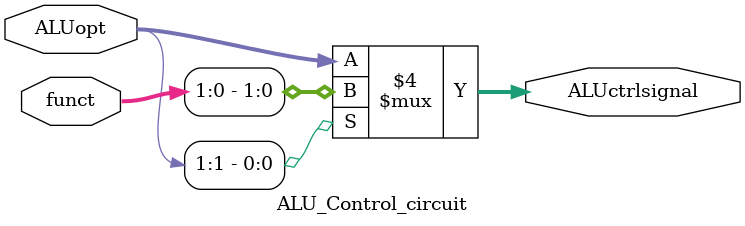
<source format=v>
`timescale 1ns / 1ps
module ALU_Control_circuit(funct, ALUopt, ALUctrlsignal
    );
	 
	input [4:0] funct;
	input [1:0] ALUopt;
	output reg [1:0] ALUctrlsignal;
	 
	always @(*)
	 
	begin
	 
	if (ALUopt[1] == 0)
		ALUctrlsignal = ALUopt;
	else
		ALUctrlsignal = funct[1:0];
	 
	end

endmodule

</source>
